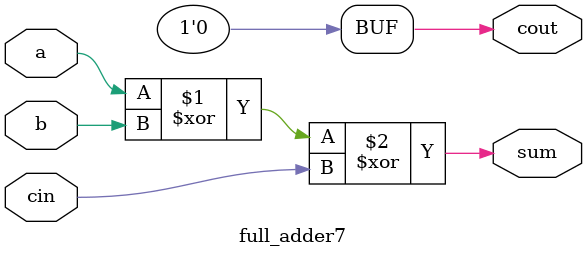
<source format=v>
module full_adder7(a,b,cin,sum,cout);
input a,b,cin;
output sum,cout;
assign sum = a^b^cin;
assign cout = 1'b0; 
// initial begin
//     $display("The incorrect adder with or1 having out/0");
// end   
endmodule
</source>
